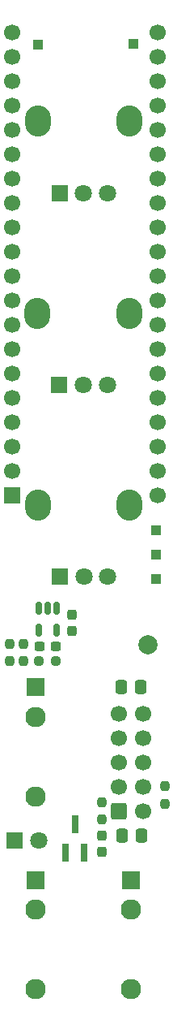
<source format=gbr>
%TF.GenerationSoftware,KiCad,Pcbnew,6.0.10+dfsg-1~bpo11+1*%
%TF.CreationDate,2023-02-01T15:11:05+08:00*%
%TF.ProjectId,MiniVerb v2.0 - Main,4d696e69-5665-4726-9220-76322e30202d,rev?*%
%TF.SameCoordinates,Original*%
%TF.FileFunction,Soldermask,Top*%
%TF.FilePolarity,Negative*%
%FSLAX46Y46*%
G04 Gerber Fmt 4.6, Leading zero omitted, Abs format (unit mm)*
G04 Created by KiCad (PCBNEW 6.0.10+dfsg-1~bpo11+1) date 2023-02-01 15:11:05*
%MOMM*%
%LPD*%
G01*
G04 APERTURE LIST*
G04 Aperture macros list*
%AMRoundRect*
0 Rectangle with rounded corners*
0 $1 Rounding radius*
0 $2 $3 $4 $5 $6 $7 $8 $9 X,Y pos of 4 corners*
0 Add a 4 corners polygon primitive as box body*
4,1,4,$2,$3,$4,$5,$6,$7,$8,$9,$2,$3,0*
0 Add four circle primitives for the rounded corners*
1,1,$1+$1,$2,$3*
1,1,$1+$1,$4,$5*
1,1,$1+$1,$6,$7*
1,1,$1+$1,$8,$9*
0 Add four rect primitives between the rounded corners*
20,1,$1+$1,$2,$3,$4,$5,0*
20,1,$1+$1,$4,$5,$6,$7,0*
20,1,$1+$1,$6,$7,$8,$9,0*
20,1,$1+$1,$8,$9,$2,$3,0*%
G04 Aperture macros list end*
%ADD10RoundRect,0.237500X0.237500X-0.300000X0.237500X0.300000X-0.237500X0.300000X-0.237500X-0.300000X0*%
%ADD11RoundRect,0.250000X-0.337500X-0.475000X0.337500X-0.475000X0.337500X0.475000X-0.337500X0.475000X0*%
%ADD12O,2.720000X3.240000*%
%ADD13R,1.800000X1.800000*%
%ADD14C,1.800000*%
%ADD15R,1.000000X1.000000*%
%ADD16R,0.800000X1.900000*%
%ADD17RoundRect,0.237500X0.250000X0.237500X-0.250000X0.237500X-0.250000X-0.237500X0.250000X-0.237500X0*%
%ADD18C,2.000000*%
%ADD19RoundRect,0.237500X-0.237500X0.250000X-0.237500X-0.250000X0.237500X-0.250000X0.237500X0.250000X0*%
%ADD20R,1.930000X1.830000*%
%ADD21C,2.130000*%
%ADD22RoundRect,0.150000X-0.150000X0.512500X-0.150000X-0.512500X0.150000X-0.512500X0.150000X0.512500X0*%
%ADD23RoundRect,0.237500X0.300000X0.237500X-0.300000X0.237500X-0.300000X-0.237500X0.300000X-0.237500X0*%
%ADD24RoundRect,0.237500X0.237500X-0.250000X0.237500X0.250000X-0.237500X0.250000X-0.237500X-0.250000X0*%
%ADD25RoundRect,0.237500X-0.237500X0.300000X-0.237500X-0.300000X0.237500X-0.300000X0.237500X0.300000X0*%
%ADD26RoundRect,0.250000X-0.600000X-0.600000X0.600000X-0.600000X0.600000X0.600000X-0.600000X0.600000X0*%
%ADD27C,1.700000*%
%ADD28R,1.700000X1.700000*%
G04 APERTURE END LIST*
D10*
%TO.C,C13*%
X133804000Y-127219000D03*
X133804000Y-125494000D03*
%TD*%
D11*
%TO.C,C5*%
X138962500Y-133011000D03*
X141037500Y-133011000D03*
%TD*%
D12*
%TO.C,FEEDBACK_POT1*%
X130200000Y-94045000D03*
X139800000Y-94045000D03*
D13*
X132500000Y-101545000D03*
D14*
X135000000Y-101545000D03*
X137500000Y-101545000D03*
%TD*%
D15*
%TO.C,TP5*%
X140225000Y-65975000D03*
%TD*%
D16*
%TO.C,U2*%
X133162000Y-150344000D03*
X135062000Y-150344000D03*
X134112000Y-147344000D03*
%TD*%
D17*
%TO.C,R17*%
X132156500Y-130346500D03*
X130331500Y-130346500D03*
%TD*%
D11*
%TO.C,C6*%
X139050000Y-148511000D03*
X141125000Y-148511000D03*
%TD*%
D18*
%TO.C,TP3*%
X141800000Y-128600000D03*
%TD*%
D19*
%TO.C,R14*%
X128774000Y-128534000D03*
X128774000Y-130359000D03*
%TD*%
D20*
%TO.C,CV1_IN1*%
X129970000Y-133040000D03*
D21*
X129970000Y-144440000D03*
X129970000Y-136140000D03*
%TD*%
D22*
%TO.C,U3*%
X132244000Y-124819000D03*
X131294000Y-124819000D03*
X130344000Y-124819000D03*
X130344000Y-127094000D03*
X132244000Y-127094000D03*
%TD*%
D23*
%TO.C,C14*%
X132116500Y-128816500D03*
X130391500Y-128816500D03*
%TD*%
D20*
%TO.C,AUDIO_OUT1*%
X140000000Y-153162000D03*
D21*
X140000000Y-164562000D03*
X140000000Y-156262000D03*
%TD*%
D24*
%TO.C,R11*%
X143510000Y-145184500D03*
X143510000Y-143359500D03*
%TD*%
D25*
%TO.C,C9*%
X136906000Y-148489500D03*
X136906000Y-150214500D03*
%TD*%
D12*
%TO.C,MOD_POT1*%
X130260000Y-114055000D03*
X139860000Y-114055000D03*
D13*
X132560000Y-121555000D03*
D14*
X135060000Y-121555000D03*
X137560000Y-121555000D03*
%TD*%
D12*
%TO.C,LEVEL_POT1*%
X130220000Y-74055000D03*
X139820000Y-74055000D03*
D13*
X132520000Y-81555000D03*
D14*
X135020000Y-81555000D03*
X137520000Y-81555000D03*
%TD*%
D13*
%TO.C,D1*%
X127775000Y-149000000D03*
D14*
X130315000Y-149000000D03*
%TD*%
D15*
%TO.C,TP7*%
X130275000Y-66025000D03*
%TD*%
D19*
%TO.C,R12*%
X136906000Y-145034000D03*
X136906000Y-146859000D03*
%TD*%
%TO.C,R16*%
X127254000Y-128524000D03*
X127254000Y-130349000D03*
%TD*%
D20*
%TO.C,AUDIO_IN1*%
X130000000Y-153162000D03*
D21*
X130000000Y-164562000D03*
X130000000Y-156262000D03*
%TD*%
D15*
%TO.C,TP4*%
X142600000Y-121800000D03*
%TD*%
%TO.C,TP1*%
X142600000Y-116700000D03*
%TD*%
%TO.C,TP2*%
X142600000Y-119200000D03*
%TD*%
D26*
%TO.C,J1*%
X138747500Y-146011000D03*
D27*
X141287500Y-146011000D03*
X138747500Y-143471000D03*
X141287500Y-143471000D03*
X138747500Y-140931000D03*
X141287500Y-140931000D03*
X138747500Y-138391000D03*
X141287500Y-138391000D03*
X138747500Y-135851000D03*
X141287500Y-135851000D03*
%TD*%
D28*
%TO.C,A1*%
X127560933Y-113050000D03*
D27*
X127560933Y-110510000D03*
X127560933Y-107970000D03*
X127560933Y-105430000D03*
X127560933Y-102890000D03*
X127560933Y-100350000D03*
X127560933Y-97810000D03*
X127560933Y-95270000D03*
X127560933Y-92730000D03*
X127560933Y-90190000D03*
X127560933Y-87650000D03*
X127560933Y-85110000D03*
X127560933Y-82570000D03*
X127560933Y-80030000D03*
X127560933Y-77490000D03*
X127560933Y-74950000D03*
X127560933Y-72410000D03*
X127560933Y-69870000D03*
X127560933Y-67330000D03*
X127560933Y-64790000D03*
X142800933Y-64790000D03*
X142800933Y-67330000D03*
X142800933Y-69870000D03*
X142800933Y-72410000D03*
X142800933Y-74950000D03*
X142800933Y-77490000D03*
X142800933Y-80030000D03*
X142800933Y-82570000D03*
X142800933Y-85110000D03*
X142800933Y-87650000D03*
X142800933Y-90190000D03*
X142800933Y-92730000D03*
X142800933Y-95270000D03*
X142800933Y-97810000D03*
X142800933Y-100350000D03*
X142800933Y-102890000D03*
X142800933Y-105430000D03*
X142800933Y-107970000D03*
X142800933Y-110510000D03*
X142800933Y-113050000D03*
%TD*%
M02*

</source>
